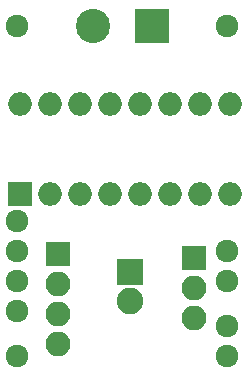
<source format=gts>
G04 #@! TF.FileFunction,Soldermask,Top*
%FSLAX46Y46*%
G04 Gerber Fmt 4.6, Leading zero omitted, Abs format (unit mm)*
G04 Created by KiCad (PCBNEW 4.0.6+dfsg1-1) date Mon Feb 26 15:43:31 2018*
%MOMM*%
%LPD*%
G01*
G04 APERTURE LIST*
%ADD10C,0.100000*%
%ADD11C,1.924000*%
%ADD12R,2.100000X2.100000*%
%ADD13O,2.100000X2.100000*%
%ADD14R,2.900000X2.900000*%
%ADD15C,2.900000*%
%ADD16R,2.000000X2.000000*%
%ADD17O,2.000000X2.000000*%
%ADD18R,2.250000X2.250000*%
%ADD19C,2.250000*%
G04 APERTURE END LIST*
D10*
D11*
X19380200Y1346200D03*
X19380200Y3886200D03*
X19380200Y7696200D03*
X19380200Y10236200D03*
X1600200Y1346200D03*
X1600200Y29286200D03*
X19380200Y29286200D03*
X1600200Y5156200D03*
X1600200Y7696200D03*
X1600200Y10236200D03*
X1600200Y12776200D03*
D12*
X16586200Y9601200D03*
D13*
X16586200Y7061200D03*
X16586200Y4521200D03*
D14*
X13030200Y29286200D03*
D15*
X8030200Y29286200D03*
D16*
X1854200Y15062200D03*
D17*
X19634200Y22682200D03*
X4394200Y15062200D03*
X17094200Y22682200D03*
X6934200Y15062200D03*
X14554200Y22682200D03*
X9474200Y15062200D03*
X12014200Y22682200D03*
X12014200Y15062200D03*
X9474200Y22682200D03*
X14554200Y15062200D03*
X6934200Y22682200D03*
X17094200Y15062200D03*
X4394200Y22682200D03*
X19634200Y15062200D03*
X1854200Y22682200D03*
D18*
X11125200Y8458200D03*
D19*
X11125200Y5958200D03*
D12*
X5029200Y9982200D03*
D13*
X5029200Y7442200D03*
X5029200Y4902200D03*
X5029200Y2362200D03*
M02*

</source>
